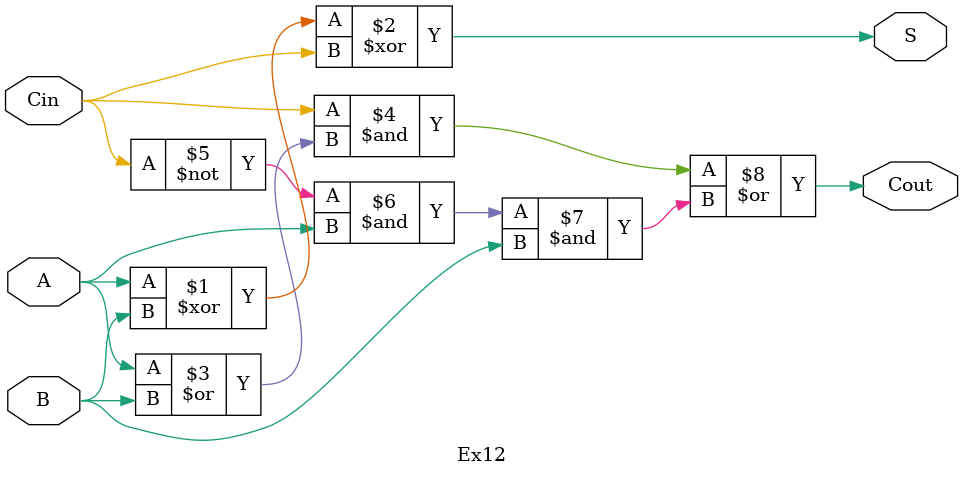
<source format=v>
`timescale 1ns / 1ps

module Ex12(
    input wire A,
    input wire B,
	 input wire Cin,
    output wire S,
    output wire Cout
    );

assign S = A ^ B ^ Cin;
assign Cout = (Cin & (A | B)) | (~Cin & A & B);

endmodule

</source>
